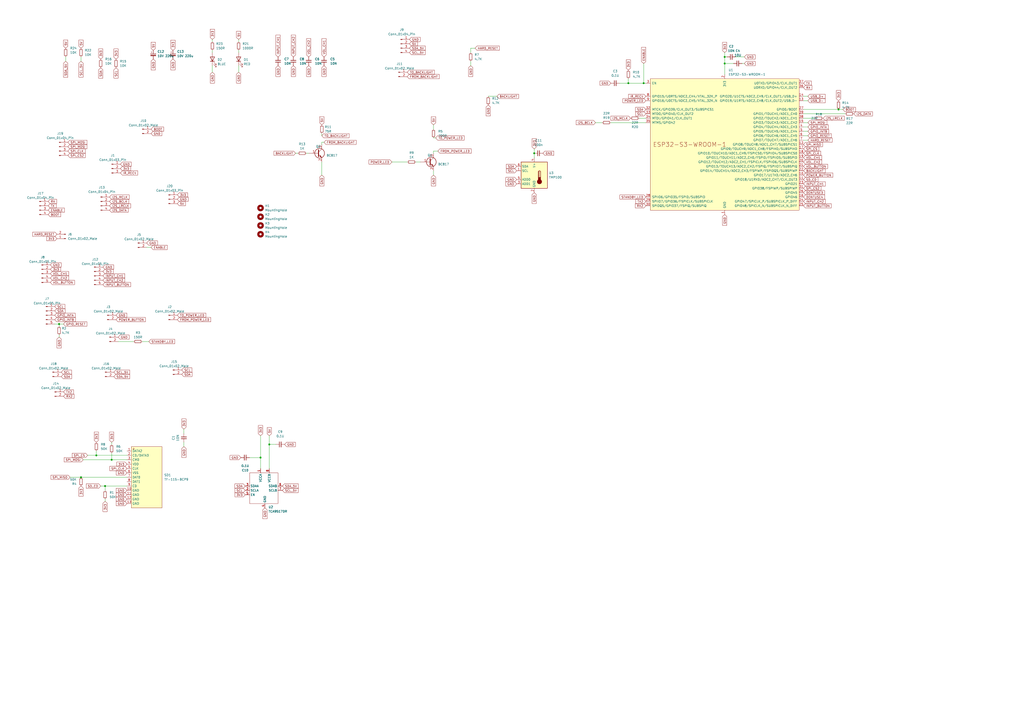
<source format=kicad_sch>
(kicad_sch (version 20231120) (generator "eeschema") (generator_version "8.0")
  (paper "A2")
  (junction (at 486.41 63.5))
  (junction (at 46.99 276.86))
  (junction (at 156.21 257.81))
  (junction (at 309.88 88.9))
  (junction (at 60.96 281.94))
  (junction (at 364.49 48.26))
  (junction (at 64.77 266.7))
  (junction (at 55.88 264.16))
  (junction (at 151.13 265.43))
  (junction (at 373.38 48.26))
  (junction (at 420.37 36.83))
  (junction (at 34.29 187.96))
  (junction (at 420.37 33.02))
  (wire (pts (xy 488.95 63.5) (xy 486.41 63.5)))
  (wire (pts (xy 354.33 71.12) (xy 374.65 71.12)))
  (wire (pts (xy 55.88 261.62) (xy 55.88 264.16)))
  (wire (pts (xy 364.49 48.26) (xy 373.38 48.26)))
  (wire (pts (xy 309.88 86.36) (xy 309.88 88.9)))
  (wire (pts (xy 421.64 33.02) (xy 420.37 33.02)))
  (wire (pts (xy 186.69 78.74) (xy 186.69 77.47)))
  (wire (pts (xy 251.46 99.06) (xy 251.46 101.6)))
  (wire (pts (xy 251.46 72.39) (xy 251.46 74.93)))
  (wire (pts (xy 468.63 78.74) (xy 466.09 78.74)))
  (wire (pts (xy 468.63 76.2) (xy 466.09 76.2)))
  (wire (pts (xy 46.99 276.86) (xy 73.66 276.86)))
  (wire (pts (xy 60.96 281.94) (xy 73.66 281.94)))
  (wire (pts (xy 420.37 33.02) (xy 420.37 36.83)))
  (wire (pts (xy 468.63 71.12) (xy 466.09 71.12)))
  (wire (pts (xy 64.77 266.7) (xy 73.66 266.7)))
  (wire (pts (xy 186.69 93.98) (xy 186.69 101.6)))
  (wire (pts (xy 420.37 30.48) (xy 420.37 33.02)))
  (wire (pts (xy 58.42 281.94) (xy 60.96 281.94)))
  (wire (pts (xy 420.37 36.83) (xy 420.37 43.18)))
  (wire (pts (xy 156.21 257.81) (xy 156.21 271.78)))
  (wire (pts (xy 123.19 24.13) (xy 123.19 22.86)))
  (wire (pts (xy 55.88 264.16) (xy 73.66 264.16)))
  (wire (pts (xy 309.88 88.9) (xy 309.88 91.44)))
  (wire (pts (xy 251.46 87.63) (xy 251.46 88.9)))
  (wire (pts (xy 186.69 83.82) (xy 186.69 82.55)))
  (wire (pts (xy 106.68 248.92) (xy 106.68 251.46)))
  (wire (pts (xy 288.29 55.88) (xy 283.21 55.88)))
  (wire (pts (xy 34.29 187.96) (xy 31.75 187.96)))
  (wire (pts (xy 373.38 48.26) (xy 374.65 48.26)))
  (wire (pts (xy 144.78 265.43) (xy 151.13 265.43)))
  (wire (pts (xy 48.26 266.7) (xy 64.77 266.7)))
  (wire (pts (xy 490.22 66.04) (xy 466.09 66.04)))
  (wire (pts (xy 345.44 71.12) (xy 349.25 71.12)))
  (wire (pts (xy 86.36 198.12) (xy 82.55 198.12)))
  (wire (pts (xy 34.29 189.23) (xy 34.29 187.96)))
  (wire (pts (xy 186.69 82.55) (xy 187.96 82.55)))
  (wire (pts (xy 64.77 256.54) (xy 64.77 257.81)))
  (wire (pts (xy 85.09 143.51) (xy 87.63 143.51)))
  (wire (pts (xy 425.45 36.83) (xy 420.37 36.83)))
  (wire (pts (xy 138.43 30.48) (xy 138.43 29.21)))
  (wire (pts (xy 50.8 264.16) (xy 55.88 264.16)))
  (wire (pts (xy 123.19 30.48) (xy 123.19 29.21)))
  (wire (pts (xy 468.63 58.42) (xy 466.09 58.42)))
  (wire (pts (xy 151.13 265.43) (xy 151.13 271.78)))
  (wire (pts (xy 138.43 41.91) (xy 138.43 38.1)))
  (wire (pts (xy 472.44 68.58) (xy 466.09 68.58)))
  (wire (pts (xy 171.45 88.9) (xy 172.72 88.9)))
  (wire (pts (xy 251.46 87.63) (xy 254 87.63)))
  (wire (pts (xy 273.05 38.1) (xy 273.05 35.56)))
  (wire (pts (xy 36.83 187.96) (xy 34.29 187.96)))
  (wire (pts (xy 38.1 33.02) (xy 38.1 35.56)))
  (wire (pts (xy 468.63 73.66) (xy 466.09 73.66)))
  (wire (pts (xy 241.3 93.98) (xy 243.84 93.98)))
  (wire (pts (xy 123.19 41.91) (xy 123.19 38.1)))
  (wire (pts (xy 431.8 36.83) (xy 430.53 36.83)))
  (wire (pts (xy 431.8 33.02) (xy 426.72 33.02)))
  (wire (pts (xy 156.21 252.73) (xy 156.21 257.81)))
  (wire (pts (xy 370.84 68.58) (xy 374.65 68.58)))
  (wire (pts (xy 151.13 252.73) (xy 151.13 265.43)))
  (wire (pts (xy 373.38 36.83) (xy 373.38 48.26)))
  (wire (pts (xy 275.59 27.94) (xy 273.05 27.94)))
  (wire (pts (xy 252.73 80.01) (xy 251.46 80.01)))
  (wire (pts (xy 34.29 195.58) (xy 34.29 194.31)))
  (wire (pts (xy 60.96 290.83) (xy 60.96 289.56)))
  (wire (pts (xy 156.21 257.81) (xy 160.02 257.81)))
  (wire (pts (xy 468.63 55.88) (xy 466.09 55.88)))
  (wire (pts (xy 273.05 30.48) (xy 273.05 27.94)))
  (wire (pts (xy 466.09 63.5) (xy 486.41 63.5)))
  (wire (pts (xy 64.77 262.89) (xy 64.77 266.7)))
  (wire (pts (xy 468.63 81.28) (xy 466.09 81.28)))
  (wire (pts (xy 138.43 24.13) (xy 138.43 22.86)))
  (wire (pts (xy 359.41 48.26) (xy 364.49 48.26)))
  (wire (pts (xy 364.49 45.72) (xy 364.49 48.26)))
  (wire (pts (xy 177.8 88.9) (xy 179.07 88.9)))
  (wire (pts (xy 60.96 284.48) (xy 60.96 281.94)))
  (wire (pts (xy 46.99 33.02) (xy 46.99 35.56)))
  (wire (pts (xy 77.47 198.12) (xy 68.58 198.12)))
  (wire (pts (xy 227.33 93.98) (xy 236.22 93.98)))
  (wire (pts (xy 40.64 276.86) (xy 46.99 276.86)))
  (wire (pts (xy 106.68 259.08) (xy 106.68 256.54)))
  (global_label "VOL_CH1" (shape input) (at 187.96 33.02 90) (property "Intersheetrefs" "${INTERSHEET_REFS}" (effects (hide yes))))
  (global_label "SDA_5V" (shape input) (at 237.49 27.94 0) (property "Intersheetrefs" "${INTERSHEET_REFS}" (effects (hide yes))))
  (global_label "GND" (shape input) (at 59.69 154.94 0) (property "Intersheetrefs" "${INTERSHEET_REFS}" (effects (hide yes))))
  (global_label "VOL_CH2" (shape input) (at 29.21 161.29 0) (property "Intersheetrefs" "${INTERSHEET_REFS}" (effects (hide yes))))
  (global_label "SPI_CS2" (shape input) (at 39.37 90.17 0) (property "Intersheetrefs" "${INTERSHEET_REFS}" (effects (hide yes))))
  (global_label "GND" (shape input) (at 29.21 153.67 0) (property "Intersheetrefs" "${INTERSHEET_REFS}" (effects (hide yes))))
  (global_label "5V" (shape input) (at 38.1 27.94 90) (property "Intersheetrefs" "${INTERSHEET_REFS}" (effects (hide yes))))
  (global_label "DONTUSE4" (shape input) (at 466.09 114.3 0) (property "Intersheetrefs" "${INTERSHEET_REFS}" (effects (hide yes))))
  (global_label "VOL_CH2" (shape input) (at 466.09 93.98 0) (property "Intersheetrefs" "${INTERSHEET_REFS}" (effects (hide yes))))
  (global_label "USB_D-" (shape input) (at 468.63 58.42 0) (property "Intersheetrefs" "${INTERSHEET_REFS}" (effects (hide yes))))
  (global_label "GND" (shape input) (at 73.66 292.1 180) (property "Intersheetrefs" "${INTERSHEET_REFS}" (effects (hide yes))))
  (global_label "GND" (shape input) (at 87.63 77.47 0) (property "Intersheetrefs" "${INTERSHEET_REFS}" (effects (hide yes))))
  (global_label "GND" (shape input) (at 106.68 259.08 270) (property "Intersheetrefs" "${INTERSHEET_REFS}" (effects (hide yes))))
  (global_label "3V3" (shape input) (at 420.37 30.48 90) (property "Intersheetrefs" "${INTERSHEET_REFS}" (effects (hide yes))))
  (global_label "GND" (shape input) (at 237.49 22.86 0) (property "Intersheetrefs" "${INTERSHEET_REFS}" (effects (hide yes))))
  (global_label "GND" (shape input) (at 431.8 33.02 0) (property "Intersheetrefs" "${INTERSHEET_REFS}" (effects (hide yes))))
  (global_label "GND" (shape input) (at 68.58 195.58 0) (property "Intersheetrefs" "${INTERSHEET_REFS}" (effects (hide yes))))
  (global_label "5V" (shape input) (at 46.99 27.94 90) (property "Intersheetrefs" "${INTERSHEET_REFS}" (effects (hide yes))))
  (global_label "5V" (shape input) (at 156.21 252.73 90) (property "Intersheetrefs" "${INTERSHEET_REFS}" (effects (hide yes))))
  (global_label "VOL_CH1" (shape input) (at 466.09 91.44 0) (property "Intersheetrefs" "${INTERSHEET_REFS}" (effects (hide yes))))
  (global_label "IR_RECV" (shape input) (at 69.85 100.33 0) (property "Intersheetrefs" "${INTERSHEET_REFS}" (effects (hide yes))))
  (global_label "3V3" (shape input) (at 69.85 97.79 0) (property "Intersheetrefs" "${INTERSHEET_REFS}" (effects (hide yes))))
  (global_label "SCL_5V" (shape input) (at 66.04 215.9 0) (property "Intersheetrefs" "${INTERSHEET_REFS}" (effects (hide yes))))
  (global_label "POWER_LED" (shape input) (at 374.65 58.42 180) (property "Intersheetrefs" "${INTERSHEET_REFS}" (effects (hide yes))))
  (global_label "3V3" (shape input) (at 106.68 248.92 90) (property "Intersheetrefs" "${INTERSHEET_REFS}" (effects (hide yes))))
  (global_label "SDA_5V" (shape input) (at 66.04 218.44 0) (property "Intersheetrefs" "${INTERSHEET_REFS}" (effects (hide yes))))
  (global_label "BOOT" (shape input) (at 488.95 63.5 0) (property "Intersheetrefs" "${INTERSHEET_REFS}" (effects (hide yes))))
  (global_label "SDA" (shape input) (at 58.42 39.37 270) (property "Intersheetrefs" "${INTERSHEET_REFS}" (effects (hide yes))))
  (global_label "SCL" (shape input) (at 105.41 214.63 0) (property "Intersheetrefs" "${INTERSHEET_REFS}" (effects (hide yes))))
  (global_label "GND" (shape input) (at 34.29 195.58 270) (property "Intersheetrefs" "${INTERSHEET_REFS}" (effects (hide yes))))
  (global_label "BOOT" (shape input) (at 87.63 74.93 0) (property "Intersheetrefs" "${INTERSHEET_REFS}" (effects (hide yes))))
  (global_label "POWER_BUTTON" (shape input) (at 67.31 185.42 0) (property "Intersheetrefs" "${INTERSHEET_REFS}" (effects (hide yes))))
  (global_label "3V3" (shape input) (at 55.88 256.54 90) (property "Intersheetrefs" "${INTERSHEET_REFS}" (effects (hide yes))))
  (global_label "INPUT_CH2" (shape input) (at 170.18 33.02 90) (property "Intersheetrefs" "${INTERSHEET_REFS}" (effects (hide yes))))
  (global_label "GND" (shape input) (at 88.9 34.29 270) (property "Intersheetrefs" "${INTERSHEET_REFS}" (effects (hide yes))))
  (global_label "HARD_RESET" (shape input) (at 275.59 27.94 0) (property "Intersheetrefs" "${INTERSHEET_REFS}" (effects (hide yes))))
  (global_label "3V3" (shape input) (at 73.66 269.24 180) (property "Intersheetrefs" "${INTERSHEET_REFS}" (effects (hide yes))))
  (global_label "GPIO_INTB" (shape input) (at 468.63 76.2 0) (property "Intersheetrefs" "${INTERSHEET_REFS}" (effects (hide yes))))
  (global_label "5V" (shape input) (at 102.87 118.11 0) (property "Intersheetrefs" "${INTERSHEET_REFS}" (effects (hide yes))))
  (global_label "SPI_MOSI" (shape input) (at 468.63 71.12 0) (property "Intersheetrefs" "${INTERSHEET_REFS}" (effects (hide yes))))
  (global_label "3V3" (shape input) (at 100.33 29.21 90) (property "Intersheetrefs" "${INTERSHEET_REFS}" (effects (hide yes))))
  (global_label "SCL" (shape input) (at 31.75 177.8 0) (property "Intersheetrefs" "${INTERSHEET_REFS}" (effects (hide yes))))
  (global_label "GND" (shape input) (at 161.29 38.1 270) (property "Intersheetrefs" "${INTERSHEET_REFS}" (effects (hide yes))))
  (global_label "GND" (shape input) (at 100.33 34.29 270) (property "Intersheetrefs" "${INTERSHEET_REFS}" (effects (hide yes))))
  (global_label "SDA_5V" (shape input) (at 163.83 281.94 0) (property "Intersheetrefs" "${INTERSHEET_REFS}" (effects (hide yes))))
  (global_label "TO_BACKLIGHT" (shape input) (at 186.69 78.74 0) (property "Intersheetrefs" "${INTERSHEET_REFS}" (effects (hide yes))))
  (global_label "3V3" (shape input) (at 364.49 40.64 90) (property "Intersheetrefs" "${INTERSHEET_REFS}" (effects (hide yes))))
  (global_label "3V3" (shape input) (at 46.99 281.94 270) (property "Intersheetrefs" "${INTERSHEET_REFS}" (effects (hide yes))))
  (global_label "SPI_MOSI" (shape input) (at 48.26 266.7 180) (property "Intersheetrefs" "${INTERSHEET_REFS}" (effects (hide yes))))
  (global_label "GND" (shape input) (at 69.85 95.25 0) (property "Intersheetrefs" "${INTERSHEET_REFS}" (effects (hide yes))))
  (global_label "SDA" (shape input) (at 35.56 218.44 0) (property "Intersheetrefs" "${INTERSHEET_REFS}" (effects (hide yes))))
  (global_label "5V" (shape input) (at 88.9 29.21 90) (property "Intersheetrefs" "${INTERSHEET_REFS}" (effects (hide yes))))
  (global_label "TX" (shape input) (at 466.09 48.26 0) (property "Intersheetrefs" "${INTERSHEET_REFS}" (effects (hide yes))))
  (global_label "I2S_MCLK" (shape input) (at 63.5 114.3 0) (property "Intersheetrefs" "${INTERSHEET_REFS}" (effects (hide yes))))
  (global_label "I2S_DATA" (shape input) (at 63.5 121.92 0) (property "Intersheetrefs" "${INTERSHEET_REFS}" (effects (hide yes))))
  (global_label "I2S_BCLK" (shape input) (at 63.5 116.84 0) (property "Intersheetrefs" "${INTERSHEET_REFS}" (effects (hide yes))))
  (global_label "GND" (shape input) (at 73.66 284.48 180) (property "Intersheetrefs" "${INTERSHEET_REFS}" (effects (hide yes))))
  (global_label "SCL_5V" (shape input) (at 163.83 284.48 0) (property "Intersheetrefs" "${INTERSHEET_REFS}" (effects (hide yes))))
  (global_label "5V" (shape input) (at 237.49 25.4 0) (property "Intersheetrefs" "${INTERSHEET_REFS}" (effects (hide yes))))
  (global_label "3V3" (shape input) (at 33.02 138.43 180) (property "Intersheetrefs" "${INTERSHEET_REFS}" (effects (hide yes))))
  (global_label "TX2" (shape input) (at 36.83 227.33 0) (property "Intersheetrefs" "${INTERSHEET_REFS}" (effects (hide yes))))
  (global_label "VOL_BUTTON" (shape input) (at 29.21 163.83 0) (property "Intersheetrefs" "${INTERSHEET_REFS}" (effects (hide yes))))
  (global_label "SDA_5V" (shape input) (at 38.1 35.56 270) (property "Intersheetrefs" "${INTERSHEET_REFS}" (effects (hide yes))))
  (global_label "INPUT_CH2" (shape input) (at 59.69 162.56 0) (property "Intersheetrefs" "${INTERSHEET_REFS}" (effects (hide yes))))
  (global_label "STANDBY_LED" (shape input) (at 374.65 114.3 180) (property "Intersheetrefs" "${INTERSHEET_REFS}" (effects (hide yes))))
  (global_label "INPUT_BUTTON" (shape input) (at 59.69 165.1 0) (property "Intersheetrefs" "${INTERSHEET_REFS}" (effects (hide yes))))
  (global_label "BOOT" (shape input) (at 27.94 124.46 0) (property "Intersheetrefs" "${INTERSHEET_REFS}" (effects (hide yes))))
  (global_label "INPUT_CH1" (shape input) (at 466.09 106.68 0) (property "Intersheetrefs" "${INTERSHEET_REFS}" (effects (hide yes))))
  (global_label "3V3" (shape input) (at 151.13 252.73 90) (property "Intersheetrefs" "${INTERSHEET_REFS}" (effects (hide yes))))
  (global_label "GND" (shape input) (at 73.66 289.56 180) (property "Intersheetrefs" "${INTERSHEET_REFS}" (effects (hide yes))))
  (global_label "3V3" (shape input) (at 64.77 256.54 90) (property "Intersheetrefs" "${INTERSHEET_REFS}" (effects (hide yes))))
  (global_label "GND" (shape input) (at 102.87 115.57 0) (property "Intersheetrefs" "${INTERSHEET_REFS}" (effects (hide yes))))
  (global_label "STANDBY_LED" (shape input) (at 86.36 198.12 0) (property "Intersheetrefs" "${INTERSHEET_REFS}" (effects (hide yes))))
  (global_label "I2S_LRCLK" (shape input) (at 477.52 68.58 0) (property "Intersheetrefs" "${INTERSHEET_REFS}" (effects (hide yes))))
  (global_label "RX2" (shape input) (at 36.83 229.87 0) (property "Intersheetrefs" "${INTERSHEET_REFS}" (effects (hide yes))))
  (global_label "SPI_CLK" (shape input) (at 466.09 88.9 0) (property "Intersheetrefs" "${INTERSHEET_REFS}" (effects (hide yes))))
  (global_label "3V3" (shape input) (at 142.24 287.02 180) (property "Intersheetrefs" "${INTERSHEET_REFS}" (effects (hide yes))))
  (global_label "SPI_CS" (shape input) (at 466.09 86.36 0) (property "Intersheetrefs" "${INTERSHEET_REFS}" (effects (hide yes))))
  (global_label "TX2" (shape input) (at 374.65 116.84 180) (property "Intersheetrefs" "${INTERSHEET_REFS}" (effects (hide yes))))
  (global_label "I2S_MCLK" (shape input) (at 365.76 68.58 180) (property "Intersheetrefs" "${INTERSHEET_REFS}" (effects (hide yes))))
  (global_label "SCL" (shape input) (at 142.24 284.48 180) (property "Intersheetrefs" "${INTERSHEET_REFS}" (effects (hide yes))))
  (global_label "SCL" (shape input) (at 374.65 66.04 180) (property "Intersheetrefs" "${INTERSHEET_REFS}" (effects (hide yes))))
  (global_label "GPIO_RESET" (shape input) (at 468.63 78.74 0) (property "Intersheetrefs" "${INTERSHEET_REFS}" (effects (hide yes))))
  (global_label "SDA" (shape input) (at 374.65 63.5 180) (property "Intersheetrefs" "${INTERSHEET_REFS}" (effects (hide yes))))
  (global_label "SPI_MISO" (shape input) (at 40.64 276.86 180) (property "Intersheetrefs" "${INTERSHEET_REFS}" (effects (hide yes))))
  (global_label "SPI_MISO" (shape input) (at 466.09 83.82 0) (property "Intersheetrefs" "${INTERSHEET_REFS}" (effects (hide yes))))
  (global_label "GND" (shape input) (at 153.67 294.64 270) (property "Intersheetrefs" "${INTERSHEET_REFS}" (effects (hide yes))))
  (global_label "ENABLE" (shape input) (at 373.38 36.83 90) (property "Intersheetrefs" "${INTERSHEET_REFS}" (effects (hide yes))))
  (global_label "GND" (shape input) (at 123.19 41.91 270) (property "Intersheetrefs" "${INTERSHEET_REFS}" (effects (hide yes))))
  (global_label "GND" (shape input) (at 139.7 265.43 180) (property "Intersheetrefs" "${INTERSHEET_REFS}" (effects (hide yes))))
  (global_label "INPUT_CH2" (shape input) (at 466.09 116.84 0) (property "Intersheetrefs" "${INTERSHEET_REFS}" (effects (hide yes))))
  (global_label "RX" (shape input) (at 466.09 50.8 0) (property "Intersheetrefs" "${INTERSHEET_REFS}" (effects (hide yes))))
  (global_label "SPI_CLK" (shape input) (at 39.37 87.63 0) (property "Intersheetrefs" "${INTERSHEET_REFS}" (effects (hide yes))))
  (global_label "SCL" (shape input) (at 35.56 215.9 0) (property "Intersheetrefs" "${INTERSHEET_REFS}" (effects (hide yes))))
  (global_label "FROM_POWER_LED" (shape input) (at 254 87.63 0) (property "Intersheetrefs" "${INTERSHEET_REFS}" (effects (hide yes))))
  (global_label "INPUT_BUTTON" (shape input) (at 466.09 119.38 0) (property "Intersheetrefs" "${INTERSHEET_REFS}" (effects (hide yes))))
  (global_label "5V" (shape input) (at 186.69 72.39 90) (property "Intersheetrefs" "${INTERSHEET_REFS}" (effects (hide yes))))
  (global_label "GND" (shape input) (at 299.72 104.14 180) (property "Intersheetrefs" "${INTERSHEET_REFS}" (effects (hide yes))))
  (global_label "RX" (shape input) (at 27.94 116.84 0) (property "Intersheetrefs" "${INTERSHEET_REFS}" (effects (hide yes))))
  (global_label "GND" (shape input) (at 354.33 48.26 180) (property "Intersheetrefs" "${INTERSHEET_REFS}" (effects (hide yes))))
  (global_label "GND" (shape input) (at 299.72 106.68 180) (property "Intersheetrefs" "${INTERSHEET_REFS}" (effects (hide yes))))
  (global_label "GND" (shape input) (at 283.21 60.96 270) (property "Intersheetrefs" "${INTERSHEET_REFS}" (effects (hide yes))))
  (global_label "SCL_5V" (shape input) (at 46.99 35.56 270) (property "Intersheetrefs" "${INTERSHEET_REFS}" (effects (hide yes))))
  (global_label "VOL_CH2" (shape input) (at 179.07 33.02 90) (property "Intersheetrefs" "${INTERSHEET_REFS}" (effects (hide yes))))
  (global_label "SCL" (shape input) (at 67.31 39.37 270) (property "Intersheetrefs" "${INTERSHEET_REFS}" (effects (hide yes))))
  (global_label "TO_POWER_LED" (shape input) (at 252.73 80.01 0) (property "Intersheetrefs" "${INTERSHEET_REFS}" (effects (hide yes))))
  (global_label "DONTUSE3" (shape input) (at 466.09 111.76 0) (property "Intersheetrefs" "${INTERSHEET_REFS}" (effects (hide yes))))
  (global_label "SDA" (shape input) (at 142.24 281.94 180) (property "Intersheetrefs" "${INTERSHEET_REFS}" (effects (hide yes))))
  (global_label "GND" (shape input) (at 73.66 274.32 180) (property "Intersheetrefs" "${INTERSHEET_REFS}" (effects (hide yes))))
  (global_label "BACKLIGHT" (shape input) (at 288.29 55.88 0) (property "Intersheetrefs" "${INTERSHEET_REFS}" (effects (hide yes))))
  (global_label "SPI_MOSI" (shape input) (at 39.37 82.55 0) (property "Intersheetrefs" "${INTERSHEET_REFS}" (effects (hide yes))))
  (global_label "3V3" (shape input) (at 60.96 290.83 270) (property "Intersheetrefs" "${INTERSHEET_REFS}" (effects (hide yes))))
  (global_label "FROM_POWER_LED" (shape input) (at 102.87 185.42 0) (property "Intersheetrefs" "${INTERSHEET_REFS}" (effects (hide yes))))
  (global_label "3V3" (shape input) (at 67.31 34.29 90) (property "Intersheetrefs" "${INTERSHEET_REFS}" (effects (hide yes))))
  (global_label "GPIO_RESET" (shape input) (at 36.83 187.96 0) (property "Intersheetrefs" "${INTERSHEET_REFS}" (effects (hide yes))))
  (global_label "GND" (shape input) (at 165.1 257.81 0) (property "Intersheetrefs" "${INTERSHEET_REFS}" (effects (hide yes))))
  (global_label "GND" (shape input) (at 73.66 287.02 180) (property "Intersheetrefs" "${INTERSHEET_REFS}" (effects (hide yes))))
  (global_label "BACKLIGHT" (shape input) (at 171.45 88.9 180) (property "Intersheetrefs" "${INTERSHEET_REFS}" (effects (hide yes))))
  (global_label "IR_RECV" (shape input) (at 374.65 55.88 180) (property "Intersheetrefs" "${INTERSHEET_REFS}" (effects (hide yes))))
  (global_label "SPI_CS" (shape input) (at 50.8 264.16 180) (property "Intersheetrefs" "${INTERSHEET_REFS}" (effects (hide yes))))
  (global_label "GND" (shape input) (at 67.31 182.88 0) (property "Intersheetrefs" "${INTERSHEET_REFS}" (effects (hide yes))))
  (global_label "GND" (shape input) (at 314.96 88.9 0) (property "Intersheetrefs" "${INTERSHEET_REFS}" (effects (hide yes))))
  (global_label "SPI_CS2" (shape input) (at 466.09 109.22 0) (property "Intersheetrefs" "${INTERSHEET_REFS}" (effects (hide yes))))
  (global_label "GND" (shape input) (at 187.96 38.1 270) (property "Intersheetrefs" "${INTERSHEET_REFS}" (effects (hide yes))))
  (global_label "HARD_RESET" (shape input) (at 468.63 81.28 0) (property "Intersheetrefs" "${INTERSHEET_REFS}" (effects (hide yes))))
  (global_label "ENABLE" (shape input) (at 27.94 121.92 0) (property "Intersheetrefs" "${INTERSHEET_REFS}" (effects (hide yes))))
  (global_label "FROM_BACKLIGHT" (shape input) (at 236.22 44.45 0) (property "Intersheetrefs" "${INTERSHEET_REFS}" (effects (hide yes))))
  (global_label "3V3" (shape input) (at 486.41 58.42 90) (property "Intersheetrefs" "${INTERSHEET_REFS}" (effects (hide yes))))
  (global_label "GND" (shape input) (at 273.05 38.1 270) (property "Intersheetrefs" "${INTERSHEET_REFS}" (effects (hide yes))))
  (global_label "3V3" (shape input) (at 309.88 86.36 90) (property "Intersheetrefs" "${INTERSHEET_REFS}" (effects (hide yes))))
  (global_label "3V3" (shape input) (at 29.21 156.21 0) (property "Intersheetrefs" "${INTERSHEET_REFS}" (effects (hide yes))))
  (global_label "GPIO_INTA" (shape input) (at 468.63 73.66 0) (property "Intersheetrefs" "${INTERSHEET_REFS}" (effects (hide yes))))
  (global_label "GND" (shape input) (at 309.88 111.76 270) (property "Intersheetrefs" "${INTERSHEET_REFS}" (effects (hide yes))))
  (global_label "USB_D+" (shape input) (at 468.63 55.88 0) (property "Intersheetrefs" "${INTERSHEET_REFS}" (effects (hide yes))))
  (global_label "I2S_LRCLK" (shape input) (at 63.5 119.38 0) (property "Intersheetrefs" "${INTERSHEET_REFS}" (effects (hide yes))))
  (global_label "RX2" (shape input) (at 374.65 119.38 180) (property "Intersheetrefs" "${INTERSHEET_REFS}" (effects (hide yes))))
  (global_label "FROM_BACKLIGHT" (shape input) (at 187.96 82.55 0) (property "Intersheetrefs" "${INTERSHEET_REFS}" (effects (hide yes))))
  (global_label "SDA" (shape input) (at 31.75 180.34 0) (property "Intersheetrefs" "${INTERSHEET_REFS}" (effects (hide yes))))
  (global_label "GND" (shape input) (at 85.09 140.97 0) (property "Intersheetrefs" "${INTERSHEET_REFS}" (effects (hide yes))))
  (global_label "SD_CD" (shape input) (at 58.42 281.94 180) (property "Intersheetrefs" "${INTERSHEET_REFS}" (effects (hide yes))))
  (global_label "TO_BACKLIGHT" (shape input) (at 236.22 41.91 0) (property "Intersheetrefs" "${INTERSHEET_REFS}" (effects (hide yes))))
  (global_label "GPIO_INTB" (shape input) (at 31.75 185.42 0) (property "Intersheetrefs" "${INTERSHEET_REFS}" (effects (hide yes))))
  (global_label "SPI_CLK" (shape input) (at 73.66 271.78 180) (property "Intersheetrefs" "${INTERSHEET_REFS}" (effects (hide yes))))
  (global_label "SPI_MOSI" (shape input) (at 39.37 85.09 0) (property "Intersheetrefs" "${INTERSHEET_REFS}" (effects (hide yes))))
  (global_label "SDA" (shape input) (at 299.72 96.52 180) (property "Intersheetrefs" "${INTERSHEET_REFS}" (effects (hide yes))))
  (global_label "GND" (shape input) (at 186.69 101.6 270) (property "Intersheetrefs" "${INTERSHEET_REFS}" (effects (hide yes))))
  (global_label "3V3" (shape input) (at 102.87 113.03 0) (property "Intersheetrefs" "${INTERSHEET_REFS}" (effects (hide yes))))
  (global_label "POWER_BUTTON" (shape input) (at 466.09 101.6 0) (property "Intersheetrefs" "${INTERSHEET_REFS}" (effects (hide yes))))
  (global_label "SDA" (shape input) (at 105.41 217.17 0) (property "Intersheetrefs" "${INTERSHEET_REFS}" (effects (hide yes))))
  (global_label "BACKLIGHT" (shape input) (at 466.09 99.06 0) (property "Intersheetrefs" "${INTERSHEET_REFS}" (effects (hide yes))))
  (global_label "ENABLE" (shape input) (at 87.63 143.51 0) (property "Intersheetrefs" "${INTERSHEET_REFS}" (effects (hide yes))))
  (global_label "I2S_BCLK" (shape input) (at 345.44 71.12 180) (property "Intersheetrefs" "${INTERSHEET_REFS}" (effects (hide yes))))
  (global_label "HARD_RESET" (shape input) (at 33.02 135.89 180) (property "Intersheetrefs" "${INTERSHEET_REFS}" (effects (hide yes))))
  (global_label "GND" (shape input) (at 431.8 36.83 0) (property "Intersheetrefs" "${INTERSHEET_REFS}" (effects (hide yes))))
  (global_label "SD_CD" (shape input) (at 466.09 104.14 0) (property "Intersheetrefs" "${INTERSHEET_REFS}" (effects (hide yes))))
  (global_label "3V3" (shape input) (at 58.42 34.29 90) (property "Intersheetrefs" "${INTERSHEET_REFS}" (effects (hide yes))))
  (global_label "I2S_DATA" (shape input) (at 495.3 66.04 0) (property "Intersheetrefs" "${INTERSHEET_REFS}" (effects (hide yes))))
  (global_label "VOL_CH1" (shape input) (at 29.21 158.75 0) (property "Intersheetrefs" "${INTERSHEET_REFS}" (effects (hide yes))))
  (global_label "POWER_LED" (shape input) (at 227.33 93.98 180) (property "Intersheetrefs" "${INTERSHEET_REFS}" (effects (hide yes))))
  (global_label "INPUT_CH1" (shape input) (at 59.69 160.02 0) (property "Intersheetrefs" "${INTERSHEET_REFS}" (effects (hide yes))))
  (global_label "GND" (shape input) (at 138.43 41.91 270) (property "Intersheetrefs" "${INTERSHEET_REFS}" (effects (hide yes))))
  (global_label "3V3" (shape input) (at 123.19 22.86 90) (property "Intersheetrefs" "${INTERSHEET_REFS}" (effects (hide yes))))
  (global_label "3V3" (shape input) (at 59.69 157.48 0) (property "Intersheetrefs" "${INTERSHEET_REFS}" (effects (hide yes))))
  (global_label "5V" (shape input) (at 251.46 72.39 90) (property "Intersheetrefs" "${INTERSHEET_REFS}" (effects (hide yes))))
  (global_label "GND" (shape input) (at 179.07 38.1 270) (property "Intersheetrefs" "${INTERSHEET_REFS}" (effects (hide yes))))
  (global_label "GND" (shape input) (at 251.46 101.6 270) (property "Intersheetrefs" "${INTERSHEET_REFS}" (effects (hide yes))))
  (global_label "5V" (shape input) (at 138.43 22.86 90) (property "Intersheetrefs" "${INTERSHEET_REFS}" (effects (hide yes))))
  (global_label "VOL_BUTTON" (shape input) (at 466.09 96.52 0) (property "Intersheetrefs" "${INTERSHEET_REFS}" (effects (hide yes))))
  (global_label "GPIO_INTA" (shape input) (at 31.75 182.88 0) (property "Intersheetrefs" "${INTERSHEET_REFS}" (effects (hide yes))))
  (global_label "SCL" (shape input) (at 299.72 99.06 180) (property "Intersheetrefs" "${INTERSHEET_REFS}" (effects (hide yes))))
  (global_label "GND" (shape input) (at 170.18 38.1 270) (property "Intersheetrefs" "${INTERSHEET_REFS}" (effects (hide yes))))
  (global_label "TO_POWER_LED" (shape input) (at 102.87 182.88 0) (property "Intersheetrefs" "${INTERSHEET_REFS}" (effects (hide yes))))
  (global_label "GND" (shape input) (at 420.37 124.46 270) (property "Intersheetrefs" "${INTERSHEET_REFS}" (effects (hide yes))))
  (global_label "INPUT_CH1" (shape input) (at 161.29 33.02 90) (property "Intersheetrefs" "${INTERSHEET_REFS}" (effects (hide yes))))
  (global_label "TX" (shape input) (at 27.94 119.38 0) (property "Intersheetrefs" "${INTERSHEET_REFS}" (effects (hide yes))))
  (global_label "SCL_5V" (shape input) (at 237.49 30.48 0) (property "Intersheetrefs" "${INTERSHEET_REFS}" (effects (hide yes))))
  (symbol (lib_id "Mechanical:MountingHole") (at 151.13 130.81 0) (unit 1)
    (property "Reference" "H3" (at 153.67 129.5399 0) (effects (justify left)))
    (property "Value" "MountingHole" (at 153.67 132.0799 0) (effects (justify left)))
    (property "Footprint" "MountingHole:MountingHole_3.2mm_M3_DIN965_Pad_TopOnly" (effects (hide yes)))
  )
  (symbol (lib_id "Device:R_Small") (at 34.29 191.77 180) (unit 1)
    (property "Reference" "R2" (at 35.814 190.5 0) (effects (justify right)))
    (property "Value" "4.7K" (at 35.814 193.04 0) (effects (justify right)))
    (property "Footprint" "Resistor_SMD:R_0603_1608Metric_Pad0.98x0.95mm_HandSolder" (effects (hide yes)))
  )
  (symbol (lib_id "Device:R_Small") (at 364.49 43.18 0) (unit 1)
    (property "Reference" "R10" (at 367.03 41.9099 0) (effects (justify left)))
    (property "Value" "4.7K" (at 367.03 44.4499 0) (effects (justify left)))
    (property "Footprint" "Resistor_SMD:R_0603_1608Metric_Pad0.98x0.95mm_HandSolder" (effects (hide yes)))
  )
  (symbol (lib_id "Device:R_Small") (at 368.3 68.58 270) (unit 1)
    (property "Reference" "R20" (at 368.3 73.66 90))
    (property "Value" "22R" (at 368.3 71.12 90))
    (property "Footprint" "Resistor_SMD:R_0603_1608Metric" (effects (hide yes)))
    (property "Description" "Resistor, small symbol" (effects (hide yes)))
    (property "Mouser" "603-RT0805FRE0722RL" (effects (hide yes)))
  )
  (symbol (lib_id "Device:R_Small") (at 55.88 259.08 0) (unit 1)
    (property "Reference" "R8" (at 58.42 257.8099 0) (effects (justify left)))
    (property "Value" "50K" (at 58.42 260.3499 0) (effects (justify left)))
    (property "Footprint" "Resistor_SMD:R_0603_1608Metric_Pad0.98x0.95mm_HandSolder" (effects (hide yes)))
  )
  (symbol (lib_id "Device:R_Small") (at 58.42 36.83 0) (unit 1)
    (property "Reference" "R16" (at 60.96 34.2899 0) (effects (justify left)))
    (property "Value" "10K" (at 60.96 36.8299 0) (effects (justify left)))
    (property "Footprint" "Resistor_SMD:R_0603_1608Metric_Pad0.98x0.95mm_HandSolder" (effects (hide yes)))
  )
  (symbol (lib_id "Connector:Conn_01x02_Male") (at 80.01 140.97 0) (unit 1)
    (property "Reference" "J5" (at 80.645 136.144 0))
    (property "Value" "Conn_01x02_Male" (at 80.645 138.684 0))
    (property "Footprint" "Connector_JST:JST_PH_B2B-PH-K_1x02_P2.00mm_Vertical" (effects (hide yes)))
  )
  (symbol (lib_id "Device:C_Small") (at 162.56 257.81 90) (unit 1)
    (property "Reference" "C9" (at 162.5663 250.444 90))
    (property "Value" "0.1U" (at 162.5663 252.984 90))
    (property "Footprint" "Capacitor_SMD:C_0805_2012Metric_Pad1.18x1.45mm_HandSolder" (effects (hide yes)))
  )
  (symbol (lib_id "Device:R_Small") (at 138.43 26.67 0) (unit 1)
    (property "Reference" "R21" (at 140.589 25.3999 0) (effects (justify left)))
    (property "Value" "1000R" (at 140.589 27.9399 0) (effects (justify left)))
    (property "Footprint" "Resistor_SMD:R_0603_1608Metric_Pad0.98x0.95mm_HandSolder" (effects (hide yes)))
  )
  (symbol (lib_id "Device:C_Small") (at 142.24 265.43 270) (unit 1)
    (property "Reference" "C10" (at 142.2337 272.796 90))
    (property "Value" "0.1U" (at 142.2337 270.256 90))
    (property "Footprint" "Capacitor_SMD:C_0805_2012Metric_Pad1.18x1.45mm_HandSolder" (effects (hide yes)))
  )
  (symbol (lib_id "Device:R_Small") (at 46.99 30.48 0) (unit 1)
    (property "Reference" "R22" (at 49.149 29.2099 0) (effects (justify left)))
    (property "Value" "10K" (at 49.149 31.7499 0) (effects (justify left)))
    (property "Footprint" "Resistor_SMD:R_0603_1608Metric_Pad0.98x0.95mm_HandSolder" (effects (hide yes)))
  )
  (symbol (lib_id "Device:C_Small") (at 424.18 33.02 90) (unit 1)
    (property "Reference" "C2" (at 424.18 26.924 90))
    (property "Value" "10N" (at 424.18 29.464 90))
    (property "Footprint" "Capacitor_SMD:C_0805_2012Metric_Pad1.18x1.45mm_HandSolder" (effects (hide yes)))
  )
  (symbol (lib_id "Connector:Conn_01x02_Male") (at 63.5 195.58 0) (unit 1)
    (property "Reference" "J4" (at 64.135 190.754 0))
    (property "Value" "Conn_01x02_Male" (at 64.135 193.294 0))
    (property "Footprint" "Connector_JST:JST_PH_B2B-PH-K_1x02_P2.00mm_Vertical" (effects (hide yes)))
  )
  (symbol (lib_id "Device:C_Small") (at 170.18 35.56 180) (unit 1)
    (property "Reference" "C8" (at 173.7597 34.2835 0) (effects (justify right)))
    (property "Value" "10N" (at 173.7597 36.8235 0) (effects (justify right)))
    (property "Footprint" "Capacitor_SMD:C_0603_1608Metric_Pad1.08x0.95mm_HandSolder" (effects (hide yes)))
  )
  (symbol (lib_id "Connector:Conn_01x02_Male") (at 62.23 182.88 0) (unit 1)
    (property "Reference" "J3" (at 62.865 178.054 0))
    (property "Value" "Conn_01x02_Male" (at 62.865 180.594 0))
    (property "Footprint" "Connector_JST:JST_PH_B2B-PH-K_1x02_P2.00mm_Vertical" (effects (hide yes)))
  )
  (symbol (lib_id "Device:C_Small") (at 179.07 35.56 180) (unit 1)
    (property "Reference" "C6" (at 182.6497 34.2835 0) (effects (justify right)))
    (property "Value" "10N" (at 182.6497 36.8235 0) (effects (justify right)))
    (property "Footprint" "Capacitor_SMD:C_0603_1608Metric_Pad1.08x0.95mm_HandSolder" (effects (hide yes)))
  )
  (symbol (lib_id "Connector:Conn_01x02_Male") (at 31.75 227.33 0) (unit 1)
    (property "Reference" "J14" (at 32.385 222.504 0))
    (property "Value" "Conn_01x02_Male" (at 32.385 225.044 0))
    (property "Footprint" "Connector_JST:JST_PH_B2B-PH-K_1x02_P2.00mm_Vertical" (effects (hide yes)))
  )
  (symbol (lib_id "Connector:Conn_01x02_Male") (at 82.55 74.93 0) (unit 1)
    (property "Reference" "J10" (at 83.185 70.104 0))
    (property "Value" "Conn_01x02_Male" (at 83.185 72.644 0))
    (property "Footprint" "Connector_PinHeader_2.54mm:PinHeader_1x02_P2.54mm_Vertical" (effects (hide yes)))
  )
  (symbol (lib_id "Connector:Conn_01x04_Pin") (at 232.41 25.4 0) (unit 1)
    (property "Reference" "J9" (at 233.045 17.272 0))
    (property "Value" "Conn_01x04_Pin" (at 233.045 19.812 0))
    (property "Footprint" "Connector_JST:JST_PH_B4B-PH-K_1x04_P2.00mm_Vertical" (effects (hide yes)))
  )
  (symbol (lib_id "Connector:Conn_01x02_Male") (at 231.14 41.91 0) (unit 1)
    (property "Reference" "J11" (at 231.775 37.084 0))
    (property "Value" "Conn_01x02_Male" (at 231.775 39.624 0))
    (property "Footprint" "Connector_JST:JST_PH_B2B-PH-K_1x02_P2.00mm_Vertical" (effects (hide yes)))
  )
  (symbol (lib_id "Device:R_Small") (at 64.77 260.35 0) (unit 1)
    (property "Reference" "R6" (at 67.31 259.0799 0) (effects (justify left)))
    (property "Value" "50K" (at 67.31 261.6199 0) (effects (justify left)))
    (property "Footprint" "Resistor_SMD:R_0603_1608Metric_Pad0.98x0.95mm_HandSolder" (effects (hide yes)))
  )
  (symbol (lib_id "Connector:Conn_01x02_Male") (at 97.79 182.88 0) (unit 1)
    (property "Reference" "J2" (at 98.425 178.054 0))
    (property "Value" "Conn_01x02_Male" (at 98.425 180.594 0))
    (property "Footprint" "Connector_JST:JST_PH_B2B-PH-K_1x02_P2.00mm_Vertical" (effects (hide yes)))
  )
  (symbol (lib_id "Device:R_Small") (at 46.99 279.4 180) (unit 1)
    (property "Reference" "R4" (at 44.45 280.6701 0) (effects (justify left)))
    (property "Value" "50K" (at 44.45 278.1301 0) (effects (justify left)))
    (property "Footprint" "Resistor_SMD:R_0603_1608Metric_Pad0.98x0.95mm_HandSolder" (effects (hide yes)))
  )
  (symbol (lib_id "Connector:Conn_01x05_Pin") (at 24.13 158.75 0) (unit 1)
    (property "Reference" "J8" (at 24.765 149.225 0))
    (property "Value" "Conn_01x05_Pin" (at 24.765 151.765 0))
    (property "Footprint" "Connector_JST:JST_PH_B5B-PH-K_1x05_P2.00mm_Vertical" (effects (hide yes)))
  )
  (symbol (lib_id "Device:LED") (at 123.19 34.29 90) (unit 1)
    (property "Reference" "D2" (at 126.111 34.6074 90) (effects (justify right)))
    (property "Value" "BLUE" (at 126.111 37.1474 90) (effects (justify right)))
    (property "Footprint" "LED_SMD:LED_0603_1608Metric" (effects (hide yes)))
    (property "LCSC" "NCD0603R1" (effects (hide yes)))
  )
  (symbol (lib_id "Device:R_Small") (at 186.69 74.93 180) (unit 1)
    (property "Reference" "R11" (at 188.341 73.6599 0) (effects (justify right)))
    (property "Value" "75R" (at 188.341 76.1999 0) (effects (justify right)))
    (property "Footprint" "Resistor_SMD:R_0603_1608Metric_Pad0.98x0.95mm_HandSolder" (effects (hide yes)))
  )
  (symbol (lib_id "Connector:Conn_01x03_Pin") (at 97.79 115.57 0) (unit 1)
    (property "Reference" "J20" (at 98.425 107.95 0))
    (property "Value" "Conn_01x03_Pin" (at 98.425 110.49 0))
    (property "Footprint" "Connector_JST:JST_PH_B3B-PH-K_1x03_P2.00mm_Vertical" (effects (hide yes)))
    (property "Description" "Generic connector, single row, 01x03, script generated" (effects (hide yes)))
  )
  (symbol (lib_id "Device:R_Small") (at 251.46 77.47 180) (unit 1)
    (property "Reference" "R5" (at 254.127 76.1999 0) (effects (justify right)))
    (property "Value" "700R" (at 254.127 78.7399 0) (effects (justify right)))
    (property "Footprint" "Resistor_SMD:R_0603_1608Metric_Pad0.98x0.95mm_HandSolder" (effects (hide yes)))
  )
  (symbol (lib_id "easyeda2kicad:TF-115-BCP9") (at 85.09 276.86 0) (unit 1)
    (property "Reference" "SD1" (at 95.25 275.5899 0) (effects (justify left)))
    (property "Value" "TF-115-BCP9" (at 95.25 278.1299 0) (effects (justify left)))
    (property "Footprint" "easyeda2kicad:TF-SMD_TF-115-BCP9" (effects (hide yes)))
    (property "Datasheet" "https://lcsc.com/product-detail/Card-Sockets-Connectors_XUNPU-TF-115-BCP9_C720505.html" (effects (hide yes)))
    (property "LCSC Part" "C720505" (effects (hide yes)))
  )
  (symbol (lib_id "Device:C_Small") (at 187.96 35.56 180) (unit 1)
    (property "Reference" "C5" (at 191.5397 34.2835 0) (effects (justify right)))
    (property "Value" "10N" (at 191.5397 36.8235 0) (effects (justify right)))
    (property "Footprint" "Capacitor_SMD:C_0603_1608Metric_Pad1.08x0.95mm_HandSolder" (effects (hide yes)))
  )
  (symbol (lib_id "Device:C_Small") (at 161.29 35.56 180) (unit 1)
    (property "Reference" "C7" (at 164.8697 34.2835 0) (effects (justify right)))
    (property "Value" "10N" (at 164.8697 36.8235 0) (effects (justify right)))
    (property "Footprint" "Capacitor_SMD:C_0603_1608Metric_Pad1.08x0.95mm_HandSolder" (effects (hide yes)))
  )
  (symbol (lib_id "Mechanical:MountingHole") (at 151.13 125.73 0) (unit 1)
    (property "Reference" "H2" (at 153.67 124.4599 0) (effects (justify left)))
    (property "Value" "MountingHole" (at 153.67 126.9999 0) (effects (justify left)))
    (property "Footprint" "MountingHole:MountingHole_3.2mm_M3_DIN965_Pad_TopOnly" (effects (hide yes)))
  )
  (symbol (lib_id "Device:R_Small") (at 486.41 60.96 0) (unit 1)
    (property "Reference" "R14" (at 488.442 59.6899 0) (effects (justify left)))
    (property "Value" "4.7K" (at 488.442 62.2299 0) (effects (justify left)))
    (property "Footprint" "Resistor_SMD:R_0603_1608Metric_Pad0.98x0.95mm_HandSolder" (effects (hide yes)))
  )
  (symbol (lib_id "Transistor_BJT:2N3055") (at 184.15 88.9 0) (unit 1)
    (property "Reference" "Q2" (at 183.261 84.963 0) (effects (justify left)))
    (property "Value" "BC817" (at 189.357 90.1699 0) (effects (justify left)))
    (property "Footprint" "Package_TO_SOT_SMD:TSOT-23" (effects (hide yes)))
    (property "Datasheet" "http://www.onsemi.com/pub_link/Collateral/2N3055-D.PDF" (effects (hide yes)))
    (property "Mouser" "637-BC817K-40 " (effects (hide yes)))
  )
  (symbol (lib_id "Device:C_Small") (at 427.99 36.83 90) (unit 1)
    (property "Reference" "C4" (at 427.9963 29.464 90))
    (property "Value" "10U" (at 427.9963 32.004 90))
    (property "Footprint" "Capacitor_SMD:C_1206_3216Metric_Pad1.33x1.80mm_HandSolder" (effects (hide yes)))
  )
  (symbol (lib_id "Device:R_Small") (at 67.31 36.83 0) (unit 1)
    (property "Reference" "R15" (at 69.469 35.5599 0) (effects (justify left)))
    (property "Value" "10K" (at 69.469 38.0999 0) (effects (justify left)))
    (property "Footprint" "Resistor_SMD:R_0603_1608Metric_Pad0.98x0.95mm_HandSolder" (effects (hide yes)))
  )
  (symbol (lib_id "Device:R_Small") (at 492.76 66.04 90) (unit 1)
    (property "Reference" "R17" (at 492.76 68.834 90))
    (property "Value" "22R" (at 492.76 71.374 90))
    (property "Footprint" "Resistor_SMD:R_0603_1608Metric" (effects (hide yes)))
    (property "Description" "Resistor, small symbol" (effects (hide yes)))
    (property "Mouser" "603-RT0805FRE0722RL" (effects (hide yes)))
  )
  (symbol (lib_id "Mechanical:MountingHole") (at 151.13 120.65 0) (unit 1)
    (property "Reference" "H1" (at 153.67 119.3799 0) (effects (justify left)))
    (property "Value" "MountingHole" (at 153.67 121.9199 0) (effects (justify left)))
    (property "Footprint" "MountingHole:MountingHole_3.2mm_M3_DIN965_Pad_TopOnly" (effects (hide yes)))
  )
  (symbol (lib_id "Connector:Conn_01x02_Male") (at 100.33 214.63 0) (unit 1)
    (property "Reference" "J15" (at 100.965 209.804 0))
    (property "Value" "Conn_01x02_Male" (at 100.965 212.344 0))
    (property "Footprint" "Connector_JST:JST_PH_B2B-PH-K_1x02_P2.00mm_Vertical" (effects (hide yes)))
  )
  (symbol (lib_id "Device:C_Polarized_Small") (at 88.9 31.75 0) (unit 1)
    (property "Reference" "C12" (at 91.313 29.9339 0) (effects (justify left)))
    (property "Value" "10V 220u" (at 91.313 32.4739 0) (effects (justify left)))
    (property "Footprint" "Capacitor_THT:CP_Radial_D6.3mm_P2.50mm" (effects (hide yes)))
  )
  (symbol (lib_id "Device:R_Small") (at 351.79 71.12 270) (unit 1)
    (property "Reference" "R19" (at 351.79 68.326 90))
    (property "Value" "22R" (at 351.79 65.786 90))
    (property "Footprint" "Resistor_SMD:R_0603_1608Metric" (effects (hide yes)))
    (property "Description" "Resistor, small symbol" (effects (hide yes)))
    (property "Mouser" "603-RT0805FRE0722RL" (effects (hide yes)))
  )
  (symbol (lib_id "Device:R_Small") (at 283.21 58.42 0) (unit 1)
    (property "Reference" "R12" (at 285.369 57.1499 0) (effects (justify left)))
    (property "Value" "4.7K" (at 285.369 59.6899 0) (effects (justify left)))
    (property "Footprint" "Resistor_SMD:R_0603_1608Metric_Pad0.98x0.95mm_HandSolder" (effects (hide yes)))
  )
  (symbol (lib_id "Device:C_Small") (at 356.87 48.26 90) (unit 1)
    (property "Reference" "C3" (at 356.8763 41.275 90))
    (property "Value" "0.1U" (at 356.8763 43.815 90))
    (property "Footprint" "Capacitor_SMD:C_0805_2012Metric_Pad1.18x1.45mm_HandSolder" (effects (hide yes)))
  )
  (symbol (lib_id "Interface_LineDriver:TCA9517DR") (at 153.67 292.1 0) (unit 1)
    (property "Reference" "U2" (at 155.6894 294.132 0) (effects (justify left)))
    (property "Value" "TCA9517DR" (at 155.6894 296.672 0) (effects (justify left)))
    (property "Footprint" "Package_SO:SOIC-8_3.9x4.9mm_P1.27mm" (effects (hide yes)))
    (property "Mouser" "595-TCA9517DR" (effects (hide yes)))
  )
  (symbol (lib_id "Connector:Conn_01x05_Pin") (at 26.67 182.88 0) (unit 1)
    (property "Reference" "J7" (at 27.305 173.355 0))
    (property "Value" "Conn_01x05_Pin" (at 27.305 175.895 0))
    (property "Footprint" "Connector_JST:JST_PH_B5B-PH-K_1x05_P2.00mm_Vertical" (effects (hide yes)))
  )
  (symbol (lib_id "Sensor_Temperature:TMP100") (at 309.88 101.6 0) (unit 1)
    (property "Reference" "U3" (at 318.389 100.3299 0) (effects (justify left)))
    (property "Value" "TMP100" (at 318.389 102.8699 0) (effects (justify left)))
    (property "Footprint" "Package_TO_SOT_SMD:SOT-23-6" (effects (hide yes)))
    (property "Datasheet" "http://www.ti.com/lit/gpn/tmp100" (effects (hide yes)))
  )
  (symbol (lib_id "Device:R_Small") (at 123.19 26.67 0) (unit 1)
    (property "Reference" "R23" (at 125.349 25.3999 0) (effects (justify left)))
    (property "Value" "150R" (at 125.349 27.9399 0) (effects (justify left)))
    (property "Footprint" "Resistor_SMD:R_0603_1608Metric_Pad0.98x0.95mm_HandSolder" (effects (hide yes)))
  )
  (symbol (lib_id "Connector:Conn_01x04_Pin") (at 34.29 85.09 0) (unit 1)
    (property "Reference" "J19" (at 34.925 77.47 0))
    (property "Value" "Conn_01x04_Pin" (at 34.925 80.01 0))
    (property "Footprint" "Connector_JST:JST_PH_B4B-PH-K_1x04_P2.00mm_Vertical" (effects (hide yes)))
    (property "Description" "Generic connector, single row, 01x04, script generated" (effects (hide yes)))
  )
  (symbol (lib_id "Device:R_Small") (at 175.26 88.9 90) (unit 1)
    (property "Reference" "R13" (at 175.26 83.566 90))
    (property "Value" "1K" (at 175.26 86.106 90))
    (property "Footprint" "Resistor_SMD:R_0603_1608Metric_Pad0.98x0.95mm_HandSolder" (effects (hide yes)))
  )
  (symbol (lib_id "Device:C_Small") (at 312.42 88.9 90) (unit 1)
    (property "Reference" "C11" (at 312.4263 81.534 90))
    (property "Value" "100n" (at 312.4263 84.074 90))
    (property "Footprint" "Capacitor_SMD:C_0805_2012Metric_Pad1.18x1.45mm_HandSolder" (effects (hide yes)))
  )
  (symbol (lib_id "Device:R_Small") (at 273.05 33.02 0) (unit 1)
    (property "Reference" "R7" (at 275.209 31.7499 0) (effects (justify left)))
    (property "Value" "4.7K" (at 275.209 34.2899 0) (effects (justify left)))
    (property "Footprint" "Resistor_SMD:R_0603_1608Metric_Pad0.98x0.95mm_HandSolder" (effects (hide yes)))
  )
  (symbol (lib_id "Connector:Conn_01x05_Pin") (at 54.61 160.02 0) (unit 1)
    (property "Reference" "J12" (at 55.245 150.495 0))
    (property "Value" "Conn_01x05_Pin" (at 55.245 153.035 0))
    (property "Footprint" "Connector_JST:JST_PH_B5B-PH-K_1x05_P2.00mm_Vertical" (effects (hide yes)))
  )
  (symbol (lib_id "Transistor_BJT:2N3055") (at 248.92 93.98 0) (unit 1)
    (property "Reference" "Q1" (at 248.031 90.043 0) (effects (justify left)))
    (property "Value" "BC817" (at 254.127 95.2499 0) (effects (justify left)))
    (property "Footprint" "Package_TO_SOT_SMD:TSOT-23" (effects (hide yes)))
    (property "Datasheet" "http://www.onsemi.com/pub_link/Collateral/2N3055-D.PDF" (effects (hide yes)))
    (property "Mouser" "637-BC817K-40 " (effects (hide yes)))
  )
  (symbol (lib_id "Device:C_Small") (at 106.68 254 180) (unit 1)
    (property "Reference" "C1" (at 100.584 254 90))
    (property "Value" "10N" (at 103.124 254 90))
    (property "Footprint" "Capacitor_SMD:C_0805_2012Metric_Pad1.18x1.45mm_HandSolder" (effects (hide yes)))
  )
  (symbol (lib_id "Mechanical:MountingHole") (at 151.13 135.89 0) (unit 1)
    (property "Reference" "H4" (at 153.67 134.6199 0) (effects (justify left)))
    (property "Value" "MountingHole" (at 153.67 137.1599 0) (effects (justify left)))
    (property "Footprint" "MountingHole:MountingHole_3.2mm_M3_DIN965_Pad_TopOnly" (effects (hide yes)))
  )
  (symbol (lib_id "Connector:Conn_01x04_Pin") (at 22.86 119.38 0) (unit 1)
    (property "Reference" "J17" (at 23.495 112.141 0))
    (property "Value" "Conn_01x04_Pin" (at 23.495 114.681 0))
    (property "Footprint" "Connector_JST:JST_PH_B4B-PH-K_1x04_P2.00mm_Vertical" (effects (hide yes)))
  )
  (symbol (lib_id "Device:R_Small") (at 238.76 93.98 90) (unit 1)
    (property "Reference" "R9" (at 238.76 88.646 90))
    (property "Value" "1K" (at 238.76 91.186 90))
    (property "Footprint" "Resistor_SMD:R_0603_1608Metric_Pad0.98x0.95mm_HandSolder" (effects (hide yes)))
  )
  (symbol (lib_id "Device:R_Small") (at 38.1 30.48 0) (unit 1)
    (property "Reference" "R24" (at 40.64 27.9399 0) (effects (justify left)))
    (property "Value" "10K" (at 40.64 30.4799 0) (effects (justify left)))
    (property "Footprint" "Resistor_SMD:R_0603_1608Metric_Pad0.98x0.95mm_HandSolder" (effects (hide yes)))
  )
  (symbol (lib_id "Connector:Conn_01x02_Male") (at 30.48 215.9 0) (unit 1)
    (property "Reference" "J18" (at 31.115 211.074 0))
    (property "Value" "Conn_01x02_Male" (at 31.115 213.614 0))
    (property "Footprint" "Connector_JST:JST_PH_B2B-PH-K_1x02_P2.00mm_Vertical" (effects (hide yes)))
  )
  (symbol (lib_id "Device:LED") (at 138.43 34.29 90) (unit 1)
    (property "Reference" "D1" (at 141.351 34.6074 90) (effects (justify right)))
    (property "Value" "RED" (at 141.351 37.1474 90) (effects (justify right)))
    (property "Footprint" "LED_SMD:LED_0603_1608Metric" (effects (hide yes)))
    (property "LCSC" "XL-1608UBC-04" (effects (hide yes)))
  )
  (symbol (lib_id "Device:C_Polarized_Small") (at 100.33 31.75 0) (unit 1)
    (property "Reference" "C13" (at 102.743 29.9339 0) (effects (justify left)))
    (property "Value" "10V 220u" (at 102.743 32.4739 0) (effects (justify left)))
    (property "Footprint" "Capacitor_THT:CP_Radial_D6.3mm_P2.50mm" (effects (hide yes)))
  )
  (symbol (lib_id "Device:R_Small") (at 474.98 68.58 90) (unit 1)
    (property "Reference" "R18" (at 474.98 66.294 90))
    (property "Value" "22R" (at 472.44 68.58 90))
    (property "Footprint" "Resistor_SMD:R_0603_1608Metric" (effects (hide yes)))
    (property "Description" "Resistor, small symbol" (effects (hide yes)))
    (property "Mouser" "603-RT0805FRE0722RL" (effects (hide yes)))
  )
  (symbol (lib_id "Device:R_Small") (at 60.96 287.02 0) (unit 1)
    (property "Reference" "R1" (at 63.5 285.7499 0) (effects (justify left)))
    (property "Value" "50K" (at 63.5 288.2899 0) (effects (justify left)))
    (property "Footprint" "Resistor_SMD:R_0603_1608Metric_Pad0.98x0.95mm_HandSolder" (effects (hide yes)))
  )
  (symbol (lib_id "Connector:Conn_01x04_Pin") (at 58.42 116.84 0) (unit 1)
    (property "Reference" "J13" (at 59.055 108.712 0))
    (property "Value" "Conn_01x04_Pin" (at 59.055 111.252 0))
    (property "Footprint" "Connector_JST:JST_PH_B4B-PH-K_1x04_P2.00mm_Vertical" (effects (hide yes)))
  )
  (symbol (lib_id "Device:R_Small") (at 80.01 198.12 270) (unit 1)
    (property "Reference" "R3" (at 80.01 193.04 90))
    (property "Value" "150R" (at 80.01 195.58 90))
    (property "Footprint" "Resistor_SMD:R_0603_1608Metric_Pad0.98x0.95mm_HandSolder" (effects (hide yes)))
  )
  (symbol (lib_id "Connector:Conn_01x03_Pin") (at 64.77 97.79 0) (unit 1)
    (property "Reference" "J1" (at 65.405 90.17 0))
    (property "Value" "Conn_01x03_Pin" (at 65.405 92.71 0))
    (property "Footprint" "Connector_JST:JST_PH_B3B-PH-K_1x03_P2.00mm_Vertical" (effects (hide yes)))
    (property "Description" "Generic connector, single row, 01x03, script generated" (effects (hide yes)))
  )
  (symbol (lib_id "Connector:Conn_01x02_Male") (at 38.1 138.43 180) (unit 1)
    (property "Reference" "J6" (at 39.37 135.8899 0) (effects (justify right)))
    (property "Value" "Conn_01x02_Male" (at 39.37 138.4299 0) (effects (justify right)))
    (property "Footprint" "Connector_PinHeader_2.54mm:PinHeader_1x02_P2.54mm_Vertical" (effects (hide yes)))
  )
  (symbol (lib_id "Connector:Conn_01x02_Male") (at 60.96 215.9 0) (unit 1)
    (property "Reference" "J16" (at 61.595 211.074 0))
    (property "Value" "Conn_01x02_Male" (at 61.595 213.614 0))
    (property "Footprint" "Connector_JST:JST_PH_B2B-PH-K_1x02_P2.00mm_Vertical" (effects (hide yes)))
  )
  (symbol (lib_id "PCM_Espressif:ESP32-S3-WROOM-1") (at 420.37 83.82 0) (unit 1)
    (property "Reference" "U1" (at 422.5641 40.64 0) (effects (justify left)))
    (property "Value" "ESP32-S3-WROOM-1" (at 422.5641 43.18 0) (effects (justify left)))
    (property "Footprint" "PCM_Espressif:ESP32-S3-WROOM-1" (effects (hide yes)))
    (property "Datasheet" "https://www.espressif.com/sites/default/files/documentation/esp32-s3-wroom-1_wroom-1u_datasheet_en.pdf" (effects (hide yes)))
    (property "Description" "2.4 GHz WiFi (802.11 b/g/n) and Bluetooth ® 5 (LE) module Built around ESP32S3 series of SoCs, Xtensa ® dualcore 32bit LX7 microprocessor Flash up to 16 MB, PSRAM up to 8 MB 36 GPIOs, rich set of peripherals Onboard PCB antenna" (effects (hide yes)))
  )
)
</source>
